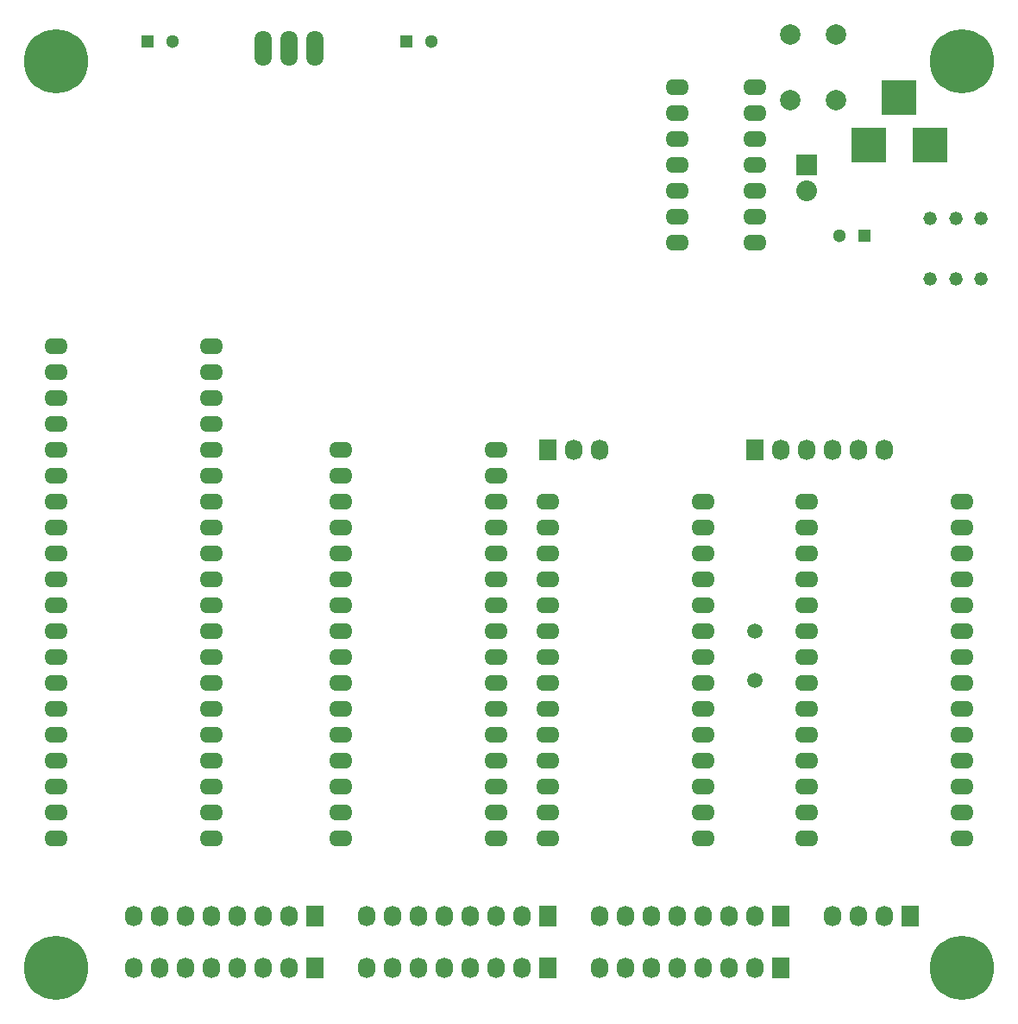
<source format=gbs>
G04 #@! TF.FileFunction,Soldermask,Bot*
%FSLAX46Y46*%
G04 Gerber Fmt 4.6, Leading zero omitted, Abs format (unit mm)*
G04 Created by KiCad (PCBNEW 4.0.3-1.fc24-product) date Thu Dec  8 13:22:35 2016*
%MOMM*%
%LPD*%
G01*
G04 APERTURE LIST*
%ADD10C,0.100000*%
%ADD11O,2.300000X1.600000*%
%ADD12R,1.727200X2.032000*%
%ADD13O,1.727200X2.032000*%
%ADD14C,6.300000*%
%ADD15C,0.600000*%
%ADD16R,1.300000X1.300000*%
%ADD17C,1.300000*%
%ADD18R,3.500120X3.500120*%
%ADD19C,1.998980*%
%ADD20O,1.699260X3.500120*%
%ADD21C,1.501140*%
%ADD22R,2.032000X2.032000*%
%ADD23O,2.032000X2.032000*%
%ADD24C,1.320800*%
G04 APERTURE END LIST*
D10*
D11*
X150495000Y-100330000D03*
X150495000Y-102870000D03*
X150495000Y-105410000D03*
X150495000Y-107950000D03*
X150495000Y-110490000D03*
X150495000Y-113030000D03*
X150495000Y-115570000D03*
X150495000Y-118110000D03*
X150495000Y-120650000D03*
X150495000Y-123190000D03*
X150495000Y-125730000D03*
X150495000Y-128270000D03*
X150495000Y-130810000D03*
X150495000Y-133350000D03*
X165735000Y-133350000D03*
X165735000Y-130810000D03*
X165735000Y-128270000D03*
X165735000Y-125730000D03*
X165735000Y-123190000D03*
X165735000Y-120650000D03*
X165735000Y-118110000D03*
X165735000Y-115570000D03*
X165735000Y-113030000D03*
X165735000Y-110490000D03*
X165735000Y-107950000D03*
X165735000Y-105410000D03*
X165735000Y-102870000D03*
X165735000Y-100330000D03*
X130175000Y-95250000D03*
X130175000Y-97790000D03*
X130175000Y-100330000D03*
X130175000Y-102870000D03*
X130175000Y-105410000D03*
X130175000Y-107950000D03*
X130175000Y-110490000D03*
X130175000Y-113030000D03*
X130175000Y-115570000D03*
X130175000Y-118110000D03*
X130175000Y-120650000D03*
X130175000Y-123190000D03*
X130175000Y-125730000D03*
X130175000Y-128270000D03*
X130175000Y-130810000D03*
X130175000Y-133350000D03*
X145415000Y-133350000D03*
X145415000Y-130810000D03*
X145415000Y-128270000D03*
X145415000Y-125730000D03*
X145415000Y-123190000D03*
X145415000Y-120650000D03*
X145415000Y-118110000D03*
X145415000Y-115570000D03*
X145415000Y-113030000D03*
X145415000Y-110490000D03*
X145415000Y-107950000D03*
X145415000Y-105410000D03*
X145415000Y-102870000D03*
X145415000Y-100330000D03*
X145415000Y-97790000D03*
X145415000Y-95250000D03*
X102235000Y-85090000D03*
X102235000Y-87630000D03*
X102235000Y-90170000D03*
X102235000Y-92710000D03*
X102235000Y-95250000D03*
X102235000Y-97790000D03*
X102235000Y-100330000D03*
X102235000Y-102870000D03*
X102235000Y-105410000D03*
X102235000Y-107950000D03*
X102235000Y-110490000D03*
X102235000Y-113030000D03*
X102235000Y-115570000D03*
X102235000Y-118110000D03*
X102235000Y-120650000D03*
X102235000Y-123190000D03*
X102235000Y-125730000D03*
X102235000Y-128270000D03*
X102235000Y-130810000D03*
X102235000Y-133350000D03*
X117475000Y-133350000D03*
X117475000Y-130810000D03*
X117475000Y-128270000D03*
X117475000Y-125730000D03*
X117475000Y-123190000D03*
X117475000Y-120650000D03*
X117475000Y-118110000D03*
X117475000Y-115570000D03*
X117475000Y-113030000D03*
X117475000Y-110490000D03*
X117475000Y-107950000D03*
X117475000Y-105410000D03*
X117475000Y-102870000D03*
X117475000Y-100330000D03*
X117475000Y-97790000D03*
X117475000Y-95250000D03*
X117475000Y-92710000D03*
X117475000Y-90170000D03*
X117475000Y-87630000D03*
X117475000Y-85090000D03*
D12*
X150495000Y-95250000D03*
D13*
X153035000Y-95250000D03*
X155575000Y-95250000D03*
D14*
X102235000Y-146050000D03*
D15*
X102235000Y-143550000D03*
X104735000Y-146050000D03*
X102235000Y-148550000D03*
X99735000Y-146050000D03*
X100435000Y-144250000D03*
X104035000Y-144250000D03*
X100435000Y-147850000D03*
X104035000Y-147850000D03*
D14*
X191135000Y-146050000D03*
D15*
X191135000Y-143550000D03*
X193635000Y-146050000D03*
X191135000Y-148550000D03*
X188635000Y-146050000D03*
X189335000Y-144250000D03*
X192935000Y-144250000D03*
X189335000Y-147850000D03*
X192935000Y-147850000D03*
D14*
X191135000Y-57150000D03*
D15*
X191135000Y-54650000D03*
X193635000Y-57150000D03*
X191135000Y-59650000D03*
X188635000Y-57150000D03*
X189335000Y-55350000D03*
X192935000Y-55350000D03*
X189335000Y-58950000D03*
X192935000Y-58950000D03*
D14*
X102235000Y-57150000D03*
D15*
X102235000Y-54650000D03*
X104735000Y-57150000D03*
X102235000Y-59650000D03*
X99735000Y-57150000D03*
X100435000Y-55350000D03*
X104035000Y-55350000D03*
X100435000Y-58950000D03*
X104035000Y-58950000D03*
D16*
X181570000Y-74295000D03*
D17*
X179070000Y-74295000D03*
D16*
X111165000Y-55245000D03*
D17*
X113665000Y-55245000D03*
D16*
X136565000Y-55245000D03*
D17*
X139065000Y-55245000D03*
D18*
X181960520Y-65405000D03*
X187960000Y-65405000D03*
X184960260Y-60706000D03*
D19*
X174279560Y-54533800D03*
X174279560Y-61036200D03*
X178780440Y-61036200D03*
X178780440Y-54533800D03*
D20*
X125095000Y-55880000D03*
X122555000Y-55880000D03*
X127635000Y-55880000D03*
D12*
X170815000Y-95250000D03*
D13*
X173355000Y-95250000D03*
X175895000Y-95250000D03*
X178435000Y-95250000D03*
X180975000Y-95250000D03*
X183515000Y-95250000D03*
D11*
X175895000Y-100330000D03*
X175895000Y-102870000D03*
X175895000Y-105410000D03*
X175895000Y-107950000D03*
X175895000Y-110490000D03*
X175895000Y-113030000D03*
X175895000Y-115570000D03*
X175895000Y-118110000D03*
X175895000Y-120650000D03*
X175895000Y-123190000D03*
X175895000Y-125730000D03*
X175895000Y-128270000D03*
X175895000Y-130810000D03*
X175895000Y-133350000D03*
X191135000Y-133350000D03*
X191135000Y-130810000D03*
X191135000Y-128270000D03*
X191135000Y-125730000D03*
X191135000Y-123190000D03*
X191135000Y-120650000D03*
X191135000Y-118110000D03*
X191135000Y-115570000D03*
X191135000Y-113030000D03*
X191135000Y-110490000D03*
X191135000Y-107950000D03*
X191135000Y-105410000D03*
X191135000Y-102870000D03*
X191135000Y-100330000D03*
D21*
X170815000Y-113030000D03*
X170815000Y-117911880D03*
D11*
X163195000Y-59690000D03*
X163195000Y-62230000D03*
X163195000Y-64770000D03*
X163195000Y-67310000D03*
X163195000Y-69850000D03*
X163195000Y-72390000D03*
X163195000Y-74930000D03*
X170815000Y-74930000D03*
X170815000Y-72390000D03*
X170815000Y-69850000D03*
X170815000Y-67310000D03*
X170815000Y-64770000D03*
X170815000Y-62230000D03*
X170815000Y-59690000D03*
D22*
X175895000Y-67310000D03*
D23*
X175895000Y-69850000D03*
D12*
X173355000Y-140970000D03*
D13*
X170815000Y-140970000D03*
X168275000Y-140970000D03*
X165735000Y-140970000D03*
X163195000Y-140970000D03*
X160655000Y-140970000D03*
X158115000Y-140970000D03*
X155575000Y-140970000D03*
D12*
X150495000Y-140970000D03*
D13*
X147955000Y-140970000D03*
X145415000Y-140970000D03*
X142875000Y-140970000D03*
X140335000Y-140970000D03*
X137795000Y-140970000D03*
X135255000Y-140970000D03*
X132715000Y-140970000D03*
D12*
X150495000Y-146050000D03*
D13*
X147955000Y-146050000D03*
X145415000Y-146050000D03*
X142875000Y-146050000D03*
X140335000Y-146050000D03*
X137795000Y-146050000D03*
X135255000Y-146050000D03*
X132715000Y-146050000D03*
D12*
X127635000Y-140970000D03*
D13*
X125095000Y-140970000D03*
X122555000Y-140970000D03*
X120015000Y-140970000D03*
X117475000Y-140970000D03*
X114935000Y-140970000D03*
X112395000Y-140970000D03*
X109855000Y-140970000D03*
D12*
X127635000Y-146050000D03*
D13*
X125095000Y-146050000D03*
X122555000Y-146050000D03*
X120015000Y-146050000D03*
X117475000Y-146050000D03*
X114935000Y-146050000D03*
X112395000Y-146050000D03*
X109855000Y-146050000D03*
D12*
X173355000Y-146050000D03*
D13*
X170815000Y-146050000D03*
X168275000Y-146050000D03*
X165735000Y-146050000D03*
X163195000Y-146050000D03*
X160655000Y-146050000D03*
X158115000Y-146050000D03*
X155575000Y-146050000D03*
D24*
X188010800Y-78562200D03*
X190500000Y-78562200D03*
X192989200Y-78562200D03*
X188010800Y-72567800D03*
X190500000Y-72567800D03*
X192989200Y-72567800D03*
D12*
X186055000Y-140970000D03*
D13*
X183515000Y-140970000D03*
X180975000Y-140970000D03*
X178435000Y-140970000D03*
M02*

</source>
